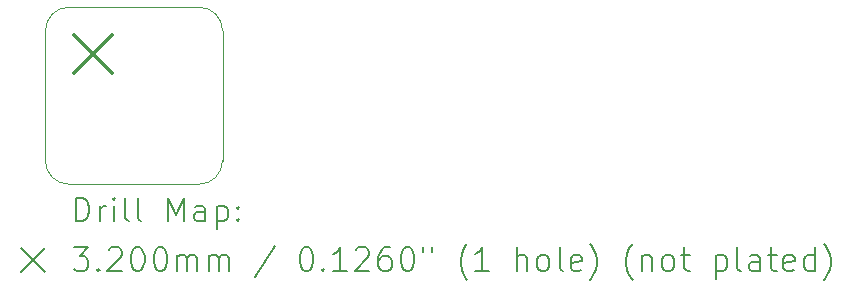
<source format=gbr>
%TF.GenerationSoftware,KiCad,Pcbnew,9.0.5*%
%TF.CreationDate,2025-11-24T08:28:51-05:00*%
%TF.ProjectId,temperature,74656d70-6572-4617-9475-72652e6b6963,rev?*%
%TF.SameCoordinates,Original*%
%TF.FileFunction,Drillmap*%
%TF.FilePolarity,Positive*%
%FSLAX45Y45*%
G04 Gerber Fmt 4.5, Leading zero omitted, Abs format (unit mm)*
G04 Created by KiCad (PCBNEW 9.0.5) date 2025-11-24 08:28:51*
%MOMM*%
%LPD*%
G01*
G04 APERTURE LIST*
%ADD10C,0.050000*%
%ADD11C,0.200000*%
%ADD12C,0.320000*%
G04 APERTURE END LIST*
D10*
X9700000Y-8200000D02*
G75*
G02*
X9900000Y-8000000I200000J0D01*
G01*
X9900000Y-9500000D02*
X11000000Y-9500000D01*
X11000000Y-8000000D02*
G75*
G02*
X11200000Y-8200000I0J-200000D01*
G01*
X9700000Y-8200000D02*
X9700000Y-9300000D01*
X11000000Y-8000000D02*
X9900000Y-8000000D01*
X11200000Y-9300000D02*
G75*
G02*
X11000000Y-9500000I-200000J0D01*
G01*
X9900000Y-9500000D02*
G75*
G02*
X9700000Y-9300000I0J200000D01*
G01*
X11200000Y-9300000D02*
X11200000Y-8200000D01*
D11*
D12*
X9940000Y-8240000D02*
X10260000Y-8560000D01*
X10260000Y-8240000D02*
X9940000Y-8560000D01*
D11*
X9958277Y-9813984D02*
X9958277Y-9613984D01*
X9958277Y-9613984D02*
X10005896Y-9613984D01*
X10005896Y-9613984D02*
X10034467Y-9623508D01*
X10034467Y-9623508D02*
X10053515Y-9642555D01*
X10053515Y-9642555D02*
X10063039Y-9661603D01*
X10063039Y-9661603D02*
X10072563Y-9699698D01*
X10072563Y-9699698D02*
X10072563Y-9728270D01*
X10072563Y-9728270D02*
X10063039Y-9766365D01*
X10063039Y-9766365D02*
X10053515Y-9785412D01*
X10053515Y-9785412D02*
X10034467Y-9804460D01*
X10034467Y-9804460D02*
X10005896Y-9813984D01*
X10005896Y-9813984D02*
X9958277Y-9813984D01*
X10158277Y-9813984D02*
X10158277Y-9680650D01*
X10158277Y-9718746D02*
X10167801Y-9699698D01*
X10167801Y-9699698D02*
X10177324Y-9690174D01*
X10177324Y-9690174D02*
X10196372Y-9680650D01*
X10196372Y-9680650D02*
X10215420Y-9680650D01*
X10282086Y-9813984D02*
X10282086Y-9680650D01*
X10282086Y-9613984D02*
X10272563Y-9623508D01*
X10272563Y-9623508D02*
X10282086Y-9633031D01*
X10282086Y-9633031D02*
X10291610Y-9623508D01*
X10291610Y-9623508D02*
X10282086Y-9613984D01*
X10282086Y-9613984D02*
X10282086Y-9633031D01*
X10405896Y-9813984D02*
X10386848Y-9804460D01*
X10386848Y-9804460D02*
X10377324Y-9785412D01*
X10377324Y-9785412D02*
X10377324Y-9613984D01*
X10510658Y-9813984D02*
X10491610Y-9804460D01*
X10491610Y-9804460D02*
X10482086Y-9785412D01*
X10482086Y-9785412D02*
X10482086Y-9613984D01*
X10739229Y-9813984D02*
X10739229Y-9613984D01*
X10739229Y-9613984D02*
X10805896Y-9756841D01*
X10805896Y-9756841D02*
X10872563Y-9613984D01*
X10872563Y-9613984D02*
X10872563Y-9813984D01*
X11053515Y-9813984D02*
X11053515Y-9709222D01*
X11053515Y-9709222D02*
X11043991Y-9690174D01*
X11043991Y-9690174D02*
X11024944Y-9680650D01*
X11024944Y-9680650D02*
X10986848Y-9680650D01*
X10986848Y-9680650D02*
X10967801Y-9690174D01*
X11053515Y-9804460D02*
X11034467Y-9813984D01*
X11034467Y-9813984D02*
X10986848Y-9813984D01*
X10986848Y-9813984D02*
X10967801Y-9804460D01*
X10967801Y-9804460D02*
X10958277Y-9785412D01*
X10958277Y-9785412D02*
X10958277Y-9766365D01*
X10958277Y-9766365D02*
X10967801Y-9747317D01*
X10967801Y-9747317D02*
X10986848Y-9737793D01*
X10986848Y-9737793D02*
X11034467Y-9737793D01*
X11034467Y-9737793D02*
X11053515Y-9728270D01*
X11148753Y-9680650D02*
X11148753Y-9880650D01*
X11148753Y-9690174D02*
X11167801Y-9680650D01*
X11167801Y-9680650D02*
X11205896Y-9680650D01*
X11205896Y-9680650D02*
X11224943Y-9690174D01*
X11224943Y-9690174D02*
X11234467Y-9699698D01*
X11234467Y-9699698D02*
X11243991Y-9718746D01*
X11243991Y-9718746D02*
X11243991Y-9775889D01*
X11243991Y-9775889D02*
X11234467Y-9794936D01*
X11234467Y-9794936D02*
X11224943Y-9804460D01*
X11224943Y-9804460D02*
X11205896Y-9813984D01*
X11205896Y-9813984D02*
X11167801Y-9813984D01*
X11167801Y-9813984D02*
X11148753Y-9804460D01*
X11329705Y-9794936D02*
X11339229Y-9804460D01*
X11339229Y-9804460D02*
X11329705Y-9813984D01*
X11329705Y-9813984D02*
X11320182Y-9804460D01*
X11320182Y-9804460D02*
X11329705Y-9794936D01*
X11329705Y-9794936D02*
X11329705Y-9813984D01*
X11329705Y-9690174D02*
X11339229Y-9699698D01*
X11339229Y-9699698D02*
X11329705Y-9709222D01*
X11329705Y-9709222D02*
X11320182Y-9699698D01*
X11320182Y-9699698D02*
X11329705Y-9690174D01*
X11329705Y-9690174D02*
X11329705Y-9709222D01*
X9497500Y-10042500D02*
X9697500Y-10242500D01*
X9697500Y-10042500D02*
X9497500Y-10242500D01*
X9939229Y-10033984D02*
X10063039Y-10033984D01*
X10063039Y-10033984D02*
X9996372Y-10110174D01*
X9996372Y-10110174D02*
X10024944Y-10110174D01*
X10024944Y-10110174D02*
X10043991Y-10119698D01*
X10043991Y-10119698D02*
X10053515Y-10129222D01*
X10053515Y-10129222D02*
X10063039Y-10148270D01*
X10063039Y-10148270D02*
X10063039Y-10195889D01*
X10063039Y-10195889D02*
X10053515Y-10214936D01*
X10053515Y-10214936D02*
X10043991Y-10224460D01*
X10043991Y-10224460D02*
X10024944Y-10233984D01*
X10024944Y-10233984D02*
X9967801Y-10233984D01*
X9967801Y-10233984D02*
X9948753Y-10224460D01*
X9948753Y-10224460D02*
X9939229Y-10214936D01*
X10148753Y-10214936D02*
X10158277Y-10224460D01*
X10158277Y-10224460D02*
X10148753Y-10233984D01*
X10148753Y-10233984D02*
X10139229Y-10224460D01*
X10139229Y-10224460D02*
X10148753Y-10214936D01*
X10148753Y-10214936D02*
X10148753Y-10233984D01*
X10234467Y-10053031D02*
X10243991Y-10043508D01*
X10243991Y-10043508D02*
X10263039Y-10033984D01*
X10263039Y-10033984D02*
X10310658Y-10033984D01*
X10310658Y-10033984D02*
X10329705Y-10043508D01*
X10329705Y-10043508D02*
X10339229Y-10053031D01*
X10339229Y-10053031D02*
X10348753Y-10072079D01*
X10348753Y-10072079D02*
X10348753Y-10091127D01*
X10348753Y-10091127D02*
X10339229Y-10119698D01*
X10339229Y-10119698D02*
X10224944Y-10233984D01*
X10224944Y-10233984D02*
X10348753Y-10233984D01*
X10472563Y-10033984D02*
X10491610Y-10033984D01*
X10491610Y-10033984D02*
X10510658Y-10043508D01*
X10510658Y-10043508D02*
X10520182Y-10053031D01*
X10520182Y-10053031D02*
X10529705Y-10072079D01*
X10529705Y-10072079D02*
X10539229Y-10110174D01*
X10539229Y-10110174D02*
X10539229Y-10157793D01*
X10539229Y-10157793D02*
X10529705Y-10195889D01*
X10529705Y-10195889D02*
X10520182Y-10214936D01*
X10520182Y-10214936D02*
X10510658Y-10224460D01*
X10510658Y-10224460D02*
X10491610Y-10233984D01*
X10491610Y-10233984D02*
X10472563Y-10233984D01*
X10472563Y-10233984D02*
X10453515Y-10224460D01*
X10453515Y-10224460D02*
X10443991Y-10214936D01*
X10443991Y-10214936D02*
X10434467Y-10195889D01*
X10434467Y-10195889D02*
X10424944Y-10157793D01*
X10424944Y-10157793D02*
X10424944Y-10110174D01*
X10424944Y-10110174D02*
X10434467Y-10072079D01*
X10434467Y-10072079D02*
X10443991Y-10053031D01*
X10443991Y-10053031D02*
X10453515Y-10043508D01*
X10453515Y-10043508D02*
X10472563Y-10033984D01*
X10663039Y-10033984D02*
X10682086Y-10033984D01*
X10682086Y-10033984D02*
X10701134Y-10043508D01*
X10701134Y-10043508D02*
X10710658Y-10053031D01*
X10710658Y-10053031D02*
X10720182Y-10072079D01*
X10720182Y-10072079D02*
X10729705Y-10110174D01*
X10729705Y-10110174D02*
X10729705Y-10157793D01*
X10729705Y-10157793D02*
X10720182Y-10195889D01*
X10720182Y-10195889D02*
X10710658Y-10214936D01*
X10710658Y-10214936D02*
X10701134Y-10224460D01*
X10701134Y-10224460D02*
X10682086Y-10233984D01*
X10682086Y-10233984D02*
X10663039Y-10233984D01*
X10663039Y-10233984D02*
X10643991Y-10224460D01*
X10643991Y-10224460D02*
X10634467Y-10214936D01*
X10634467Y-10214936D02*
X10624944Y-10195889D01*
X10624944Y-10195889D02*
X10615420Y-10157793D01*
X10615420Y-10157793D02*
X10615420Y-10110174D01*
X10615420Y-10110174D02*
X10624944Y-10072079D01*
X10624944Y-10072079D02*
X10634467Y-10053031D01*
X10634467Y-10053031D02*
X10643991Y-10043508D01*
X10643991Y-10043508D02*
X10663039Y-10033984D01*
X10815420Y-10233984D02*
X10815420Y-10100650D01*
X10815420Y-10119698D02*
X10824944Y-10110174D01*
X10824944Y-10110174D02*
X10843991Y-10100650D01*
X10843991Y-10100650D02*
X10872563Y-10100650D01*
X10872563Y-10100650D02*
X10891610Y-10110174D01*
X10891610Y-10110174D02*
X10901134Y-10129222D01*
X10901134Y-10129222D02*
X10901134Y-10233984D01*
X10901134Y-10129222D02*
X10910658Y-10110174D01*
X10910658Y-10110174D02*
X10929705Y-10100650D01*
X10929705Y-10100650D02*
X10958277Y-10100650D01*
X10958277Y-10100650D02*
X10977325Y-10110174D01*
X10977325Y-10110174D02*
X10986848Y-10129222D01*
X10986848Y-10129222D02*
X10986848Y-10233984D01*
X11082086Y-10233984D02*
X11082086Y-10100650D01*
X11082086Y-10119698D02*
X11091610Y-10110174D01*
X11091610Y-10110174D02*
X11110658Y-10100650D01*
X11110658Y-10100650D02*
X11139229Y-10100650D01*
X11139229Y-10100650D02*
X11158277Y-10110174D01*
X11158277Y-10110174D02*
X11167801Y-10129222D01*
X11167801Y-10129222D02*
X11167801Y-10233984D01*
X11167801Y-10129222D02*
X11177325Y-10110174D01*
X11177325Y-10110174D02*
X11196372Y-10100650D01*
X11196372Y-10100650D02*
X11224943Y-10100650D01*
X11224943Y-10100650D02*
X11243991Y-10110174D01*
X11243991Y-10110174D02*
X11253515Y-10129222D01*
X11253515Y-10129222D02*
X11253515Y-10233984D01*
X11643991Y-10024460D02*
X11472563Y-10281603D01*
X11901134Y-10033984D02*
X11920182Y-10033984D01*
X11920182Y-10033984D02*
X11939229Y-10043508D01*
X11939229Y-10043508D02*
X11948753Y-10053031D01*
X11948753Y-10053031D02*
X11958277Y-10072079D01*
X11958277Y-10072079D02*
X11967801Y-10110174D01*
X11967801Y-10110174D02*
X11967801Y-10157793D01*
X11967801Y-10157793D02*
X11958277Y-10195889D01*
X11958277Y-10195889D02*
X11948753Y-10214936D01*
X11948753Y-10214936D02*
X11939229Y-10224460D01*
X11939229Y-10224460D02*
X11920182Y-10233984D01*
X11920182Y-10233984D02*
X11901134Y-10233984D01*
X11901134Y-10233984D02*
X11882086Y-10224460D01*
X11882086Y-10224460D02*
X11872563Y-10214936D01*
X11872563Y-10214936D02*
X11863039Y-10195889D01*
X11863039Y-10195889D02*
X11853515Y-10157793D01*
X11853515Y-10157793D02*
X11853515Y-10110174D01*
X11853515Y-10110174D02*
X11863039Y-10072079D01*
X11863039Y-10072079D02*
X11872563Y-10053031D01*
X11872563Y-10053031D02*
X11882086Y-10043508D01*
X11882086Y-10043508D02*
X11901134Y-10033984D01*
X12053515Y-10214936D02*
X12063039Y-10224460D01*
X12063039Y-10224460D02*
X12053515Y-10233984D01*
X12053515Y-10233984D02*
X12043991Y-10224460D01*
X12043991Y-10224460D02*
X12053515Y-10214936D01*
X12053515Y-10214936D02*
X12053515Y-10233984D01*
X12253515Y-10233984D02*
X12139229Y-10233984D01*
X12196372Y-10233984D02*
X12196372Y-10033984D01*
X12196372Y-10033984D02*
X12177325Y-10062555D01*
X12177325Y-10062555D02*
X12158277Y-10081603D01*
X12158277Y-10081603D02*
X12139229Y-10091127D01*
X12329706Y-10053031D02*
X12339229Y-10043508D01*
X12339229Y-10043508D02*
X12358277Y-10033984D01*
X12358277Y-10033984D02*
X12405896Y-10033984D01*
X12405896Y-10033984D02*
X12424944Y-10043508D01*
X12424944Y-10043508D02*
X12434467Y-10053031D01*
X12434467Y-10053031D02*
X12443991Y-10072079D01*
X12443991Y-10072079D02*
X12443991Y-10091127D01*
X12443991Y-10091127D02*
X12434467Y-10119698D01*
X12434467Y-10119698D02*
X12320182Y-10233984D01*
X12320182Y-10233984D02*
X12443991Y-10233984D01*
X12615420Y-10033984D02*
X12577325Y-10033984D01*
X12577325Y-10033984D02*
X12558277Y-10043508D01*
X12558277Y-10043508D02*
X12548753Y-10053031D01*
X12548753Y-10053031D02*
X12529706Y-10081603D01*
X12529706Y-10081603D02*
X12520182Y-10119698D01*
X12520182Y-10119698D02*
X12520182Y-10195889D01*
X12520182Y-10195889D02*
X12529706Y-10214936D01*
X12529706Y-10214936D02*
X12539229Y-10224460D01*
X12539229Y-10224460D02*
X12558277Y-10233984D01*
X12558277Y-10233984D02*
X12596372Y-10233984D01*
X12596372Y-10233984D02*
X12615420Y-10224460D01*
X12615420Y-10224460D02*
X12624944Y-10214936D01*
X12624944Y-10214936D02*
X12634467Y-10195889D01*
X12634467Y-10195889D02*
X12634467Y-10148270D01*
X12634467Y-10148270D02*
X12624944Y-10129222D01*
X12624944Y-10129222D02*
X12615420Y-10119698D01*
X12615420Y-10119698D02*
X12596372Y-10110174D01*
X12596372Y-10110174D02*
X12558277Y-10110174D01*
X12558277Y-10110174D02*
X12539229Y-10119698D01*
X12539229Y-10119698D02*
X12529706Y-10129222D01*
X12529706Y-10129222D02*
X12520182Y-10148270D01*
X12758277Y-10033984D02*
X12777325Y-10033984D01*
X12777325Y-10033984D02*
X12796372Y-10043508D01*
X12796372Y-10043508D02*
X12805896Y-10053031D01*
X12805896Y-10053031D02*
X12815420Y-10072079D01*
X12815420Y-10072079D02*
X12824944Y-10110174D01*
X12824944Y-10110174D02*
X12824944Y-10157793D01*
X12824944Y-10157793D02*
X12815420Y-10195889D01*
X12815420Y-10195889D02*
X12805896Y-10214936D01*
X12805896Y-10214936D02*
X12796372Y-10224460D01*
X12796372Y-10224460D02*
X12777325Y-10233984D01*
X12777325Y-10233984D02*
X12758277Y-10233984D01*
X12758277Y-10233984D02*
X12739229Y-10224460D01*
X12739229Y-10224460D02*
X12729706Y-10214936D01*
X12729706Y-10214936D02*
X12720182Y-10195889D01*
X12720182Y-10195889D02*
X12710658Y-10157793D01*
X12710658Y-10157793D02*
X12710658Y-10110174D01*
X12710658Y-10110174D02*
X12720182Y-10072079D01*
X12720182Y-10072079D02*
X12729706Y-10053031D01*
X12729706Y-10053031D02*
X12739229Y-10043508D01*
X12739229Y-10043508D02*
X12758277Y-10033984D01*
X12901134Y-10033984D02*
X12901134Y-10072079D01*
X12977325Y-10033984D02*
X12977325Y-10072079D01*
X13272563Y-10310174D02*
X13263039Y-10300650D01*
X13263039Y-10300650D02*
X13243991Y-10272079D01*
X13243991Y-10272079D02*
X13234468Y-10253031D01*
X13234468Y-10253031D02*
X13224944Y-10224460D01*
X13224944Y-10224460D02*
X13215420Y-10176841D01*
X13215420Y-10176841D02*
X13215420Y-10138746D01*
X13215420Y-10138746D02*
X13224944Y-10091127D01*
X13224944Y-10091127D02*
X13234468Y-10062555D01*
X13234468Y-10062555D02*
X13243991Y-10043508D01*
X13243991Y-10043508D02*
X13263039Y-10014936D01*
X13263039Y-10014936D02*
X13272563Y-10005412D01*
X13453515Y-10233984D02*
X13339229Y-10233984D01*
X13396372Y-10233984D02*
X13396372Y-10033984D01*
X13396372Y-10033984D02*
X13377325Y-10062555D01*
X13377325Y-10062555D02*
X13358277Y-10081603D01*
X13358277Y-10081603D02*
X13339229Y-10091127D01*
X13691610Y-10233984D02*
X13691610Y-10033984D01*
X13777325Y-10233984D02*
X13777325Y-10129222D01*
X13777325Y-10129222D02*
X13767801Y-10110174D01*
X13767801Y-10110174D02*
X13748753Y-10100650D01*
X13748753Y-10100650D02*
X13720182Y-10100650D01*
X13720182Y-10100650D02*
X13701134Y-10110174D01*
X13701134Y-10110174D02*
X13691610Y-10119698D01*
X13901134Y-10233984D02*
X13882087Y-10224460D01*
X13882087Y-10224460D02*
X13872563Y-10214936D01*
X13872563Y-10214936D02*
X13863039Y-10195889D01*
X13863039Y-10195889D02*
X13863039Y-10138746D01*
X13863039Y-10138746D02*
X13872563Y-10119698D01*
X13872563Y-10119698D02*
X13882087Y-10110174D01*
X13882087Y-10110174D02*
X13901134Y-10100650D01*
X13901134Y-10100650D02*
X13929706Y-10100650D01*
X13929706Y-10100650D02*
X13948753Y-10110174D01*
X13948753Y-10110174D02*
X13958277Y-10119698D01*
X13958277Y-10119698D02*
X13967801Y-10138746D01*
X13967801Y-10138746D02*
X13967801Y-10195889D01*
X13967801Y-10195889D02*
X13958277Y-10214936D01*
X13958277Y-10214936D02*
X13948753Y-10224460D01*
X13948753Y-10224460D02*
X13929706Y-10233984D01*
X13929706Y-10233984D02*
X13901134Y-10233984D01*
X14082087Y-10233984D02*
X14063039Y-10224460D01*
X14063039Y-10224460D02*
X14053515Y-10205412D01*
X14053515Y-10205412D02*
X14053515Y-10033984D01*
X14234468Y-10224460D02*
X14215420Y-10233984D01*
X14215420Y-10233984D02*
X14177325Y-10233984D01*
X14177325Y-10233984D02*
X14158277Y-10224460D01*
X14158277Y-10224460D02*
X14148753Y-10205412D01*
X14148753Y-10205412D02*
X14148753Y-10129222D01*
X14148753Y-10129222D02*
X14158277Y-10110174D01*
X14158277Y-10110174D02*
X14177325Y-10100650D01*
X14177325Y-10100650D02*
X14215420Y-10100650D01*
X14215420Y-10100650D02*
X14234468Y-10110174D01*
X14234468Y-10110174D02*
X14243991Y-10129222D01*
X14243991Y-10129222D02*
X14243991Y-10148270D01*
X14243991Y-10148270D02*
X14148753Y-10167317D01*
X14310658Y-10310174D02*
X14320182Y-10300650D01*
X14320182Y-10300650D02*
X14339230Y-10272079D01*
X14339230Y-10272079D02*
X14348753Y-10253031D01*
X14348753Y-10253031D02*
X14358277Y-10224460D01*
X14358277Y-10224460D02*
X14367801Y-10176841D01*
X14367801Y-10176841D02*
X14367801Y-10138746D01*
X14367801Y-10138746D02*
X14358277Y-10091127D01*
X14358277Y-10091127D02*
X14348753Y-10062555D01*
X14348753Y-10062555D02*
X14339230Y-10043508D01*
X14339230Y-10043508D02*
X14320182Y-10014936D01*
X14320182Y-10014936D02*
X14310658Y-10005412D01*
X14672563Y-10310174D02*
X14663039Y-10300650D01*
X14663039Y-10300650D02*
X14643991Y-10272079D01*
X14643991Y-10272079D02*
X14634468Y-10253031D01*
X14634468Y-10253031D02*
X14624944Y-10224460D01*
X14624944Y-10224460D02*
X14615420Y-10176841D01*
X14615420Y-10176841D02*
X14615420Y-10138746D01*
X14615420Y-10138746D02*
X14624944Y-10091127D01*
X14624944Y-10091127D02*
X14634468Y-10062555D01*
X14634468Y-10062555D02*
X14643991Y-10043508D01*
X14643991Y-10043508D02*
X14663039Y-10014936D01*
X14663039Y-10014936D02*
X14672563Y-10005412D01*
X14748753Y-10100650D02*
X14748753Y-10233984D01*
X14748753Y-10119698D02*
X14758277Y-10110174D01*
X14758277Y-10110174D02*
X14777325Y-10100650D01*
X14777325Y-10100650D02*
X14805896Y-10100650D01*
X14805896Y-10100650D02*
X14824944Y-10110174D01*
X14824944Y-10110174D02*
X14834468Y-10129222D01*
X14834468Y-10129222D02*
X14834468Y-10233984D01*
X14958277Y-10233984D02*
X14939230Y-10224460D01*
X14939230Y-10224460D02*
X14929706Y-10214936D01*
X14929706Y-10214936D02*
X14920182Y-10195889D01*
X14920182Y-10195889D02*
X14920182Y-10138746D01*
X14920182Y-10138746D02*
X14929706Y-10119698D01*
X14929706Y-10119698D02*
X14939230Y-10110174D01*
X14939230Y-10110174D02*
X14958277Y-10100650D01*
X14958277Y-10100650D02*
X14986849Y-10100650D01*
X14986849Y-10100650D02*
X15005896Y-10110174D01*
X15005896Y-10110174D02*
X15015420Y-10119698D01*
X15015420Y-10119698D02*
X15024944Y-10138746D01*
X15024944Y-10138746D02*
X15024944Y-10195889D01*
X15024944Y-10195889D02*
X15015420Y-10214936D01*
X15015420Y-10214936D02*
X15005896Y-10224460D01*
X15005896Y-10224460D02*
X14986849Y-10233984D01*
X14986849Y-10233984D02*
X14958277Y-10233984D01*
X15082087Y-10100650D02*
X15158277Y-10100650D01*
X15110658Y-10033984D02*
X15110658Y-10205412D01*
X15110658Y-10205412D02*
X15120182Y-10224460D01*
X15120182Y-10224460D02*
X15139230Y-10233984D01*
X15139230Y-10233984D02*
X15158277Y-10233984D01*
X15377325Y-10100650D02*
X15377325Y-10300650D01*
X15377325Y-10110174D02*
X15396372Y-10100650D01*
X15396372Y-10100650D02*
X15434468Y-10100650D01*
X15434468Y-10100650D02*
X15453515Y-10110174D01*
X15453515Y-10110174D02*
X15463039Y-10119698D01*
X15463039Y-10119698D02*
X15472563Y-10138746D01*
X15472563Y-10138746D02*
X15472563Y-10195889D01*
X15472563Y-10195889D02*
X15463039Y-10214936D01*
X15463039Y-10214936D02*
X15453515Y-10224460D01*
X15453515Y-10224460D02*
X15434468Y-10233984D01*
X15434468Y-10233984D02*
X15396372Y-10233984D01*
X15396372Y-10233984D02*
X15377325Y-10224460D01*
X15586849Y-10233984D02*
X15567801Y-10224460D01*
X15567801Y-10224460D02*
X15558277Y-10205412D01*
X15558277Y-10205412D02*
X15558277Y-10033984D01*
X15748753Y-10233984D02*
X15748753Y-10129222D01*
X15748753Y-10129222D02*
X15739230Y-10110174D01*
X15739230Y-10110174D02*
X15720182Y-10100650D01*
X15720182Y-10100650D02*
X15682087Y-10100650D01*
X15682087Y-10100650D02*
X15663039Y-10110174D01*
X15748753Y-10224460D02*
X15729706Y-10233984D01*
X15729706Y-10233984D02*
X15682087Y-10233984D01*
X15682087Y-10233984D02*
X15663039Y-10224460D01*
X15663039Y-10224460D02*
X15653515Y-10205412D01*
X15653515Y-10205412D02*
X15653515Y-10186365D01*
X15653515Y-10186365D02*
X15663039Y-10167317D01*
X15663039Y-10167317D02*
X15682087Y-10157793D01*
X15682087Y-10157793D02*
X15729706Y-10157793D01*
X15729706Y-10157793D02*
X15748753Y-10148270D01*
X15815420Y-10100650D02*
X15891611Y-10100650D01*
X15843992Y-10033984D02*
X15843992Y-10205412D01*
X15843992Y-10205412D02*
X15853515Y-10224460D01*
X15853515Y-10224460D02*
X15872563Y-10233984D01*
X15872563Y-10233984D02*
X15891611Y-10233984D01*
X16034468Y-10224460D02*
X16015420Y-10233984D01*
X16015420Y-10233984D02*
X15977325Y-10233984D01*
X15977325Y-10233984D02*
X15958277Y-10224460D01*
X15958277Y-10224460D02*
X15948753Y-10205412D01*
X15948753Y-10205412D02*
X15948753Y-10129222D01*
X15948753Y-10129222D02*
X15958277Y-10110174D01*
X15958277Y-10110174D02*
X15977325Y-10100650D01*
X15977325Y-10100650D02*
X16015420Y-10100650D01*
X16015420Y-10100650D02*
X16034468Y-10110174D01*
X16034468Y-10110174D02*
X16043992Y-10129222D01*
X16043992Y-10129222D02*
X16043992Y-10148270D01*
X16043992Y-10148270D02*
X15948753Y-10167317D01*
X16215420Y-10233984D02*
X16215420Y-10033984D01*
X16215420Y-10224460D02*
X16196373Y-10233984D01*
X16196373Y-10233984D02*
X16158277Y-10233984D01*
X16158277Y-10233984D02*
X16139230Y-10224460D01*
X16139230Y-10224460D02*
X16129706Y-10214936D01*
X16129706Y-10214936D02*
X16120182Y-10195889D01*
X16120182Y-10195889D02*
X16120182Y-10138746D01*
X16120182Y-10138746D02*
X16129706Y-10119698D01*
X16129706Y-10119698D02*
X16139230Y-10110174D01*
X16139230Y-10110174D02*
X16158277Y-10100650D01*
X16158277Y-10100650D02*
X16196373Y-10100650D01*
X16196373Y-10100650D02*
X16215420Y-10110174D01*
X16291611Y-10310174D02*
X16301134Y-10300650D01*
X16301134Y-10300650D02*
X16320182Y-10272079D01*
X16320182Y-10272079D02*
X16329706Y-10253031D01*
X16329706Y-10253031D02*
X16339230Y-10224460D01*
X16339230Y-10224460D02*
X16348753Y-10176841D01*
X16348753Y-10176841D02*
X16348753Y-10138746D01*
X16348753Y-10138746D02*
X16339230Y-10091127D01*
X16339230Y-10091127D02*
X16329706Y-10062555D01*
X16329706Y-10062555D02*
X16320182Y-10043508D01*
X16320182Y-10043508D02*
X16301134Y-10014936D01*
X16301134Y-10014936D02*
X16291611Y-10005412D01*
M02*

</source>
